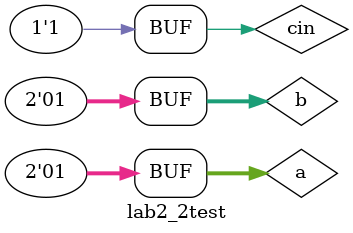
<source format=v>
`timescale 1ns / 1ps

module lab2_2test;
    reg [1:0]a;
    reg [1:0]b;
    reg [0:0]cin;
    wire [1:0]cout;
    lab2_2 DUT (.i1(a), .i2(b), .addr(cin), .muxout(cout));
    initial
        begin
        a = 0; b = 0; cin = 0;
        #10 a = 1;
        #10 b = 1; a = 0;
        #10 a = 1;
        #10 cin = 1; a = 0; b = 0;
        #10 a = 1;
        #10 b = 1; a = 0;
        #10 a = 1;
        #10;
        end
endmodule
</source>
